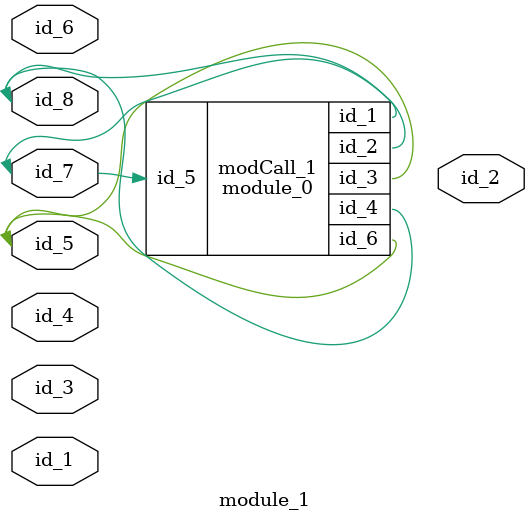
<source format=v>
module module_0 (
    id_1,
    id_2,
    id_3,
    id_4,
    id_5,
    id_6
);
  inout wire id_6;
  input wire id_5;
  inout wire id_4;
  inout wire id_3;
  inout wire id_2;
  output wire id_1;
  wire id_7;
endmodule
module module_1 (
    id_1,
    id_2,
    id_3,
    id_4,
    id_5,
    id_6,
    id_7,
    id_8
);
  inout wire id_8;
  inout wire id_7;
  input wire id_6;
  inout wire id_5;
  input wire id_4;
  input wire id_3;
  output wire id_2;
  input wire id_1;
  module_0 modCall_1 (
      id_8,
      id_7,
      id_5,
      id_8,
      id_7,
      id_5
  );
endmodule

</source>
